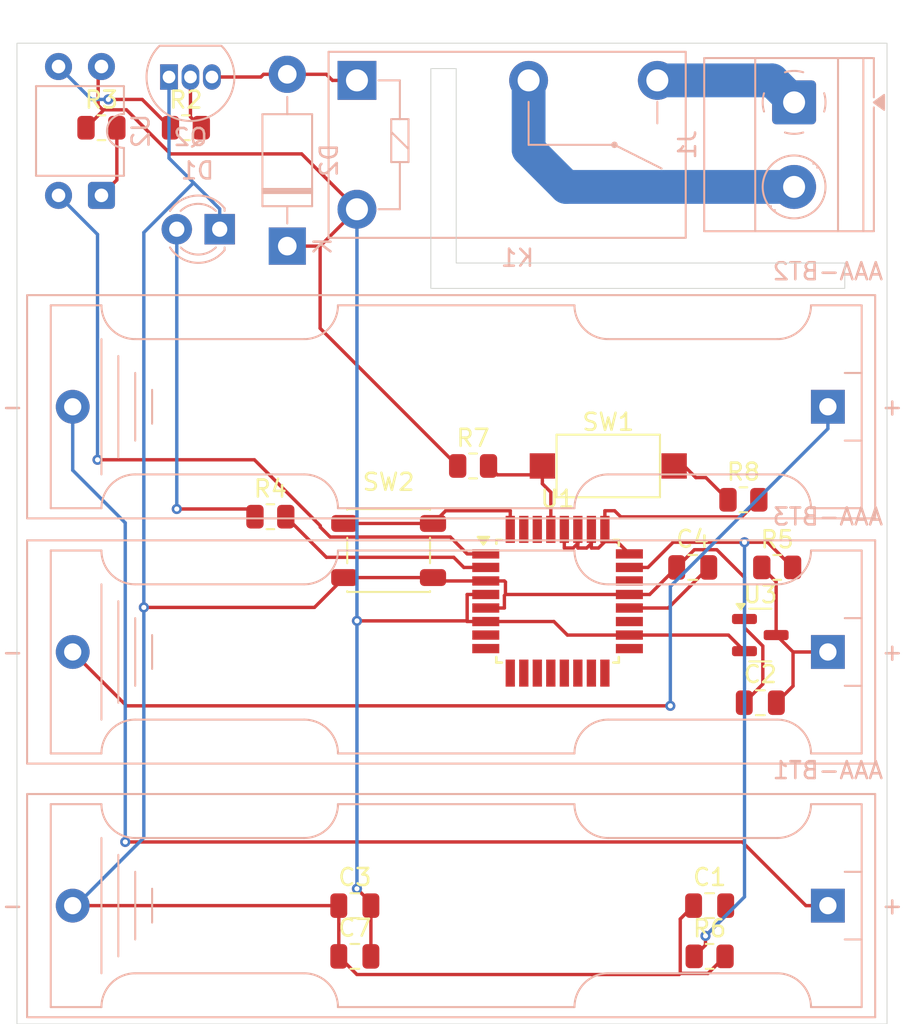
<source format=kicad_pcb>
(kicad_pcb (version 20241229) (generator "pcbnew") (generator_version "9.0")
  (layers (0 "F.Cu" signal) (2 "B.Cu" signal) (13 "F.Paste" user) (15 "B.Paste" user) (5 "F.SilkS" user "F.Silkscreen") (7 "B.SilkS" user "B.Silkscreen") (1 "F.Mask" user) (3 "B.Mask" user) (25 "Edge.Cuts" user))
  (net 0 "")
  (net 1 "GND")
  (net 2 "Net-(AAA-BT1-+)")
  (net 3 "Net-(AAA-BT2-+)")
  (net 4 "Net-(AAA-BT3-+)")
  (net 5 "Battery voltage")
  (net 6 "Vcc")
  (net 7 "Net-(U1-AREF)")
  (net 8 "Net-(D1-A)")
  (net 9 "Net-(D2-A)")
  (net 10 "Net-(J1-Pin_1)")
  (net 11 "Net-(J1-Pin_2)")
  (net 12 "Net-(Q2-B)")
  (net 13 "Net-(R2-Pad1)")
  (net 14 "Net-(R3-Pad2)")
  (net 15 "LED")
  (net 16 "Net-(U1-~{RESET}{slash}PC6)")
  (net 17 "Net-(U1-PC1)")
  (net 18 "Button")
  (net 26 "Relay")
  (footprint "Capacitor_SMD:C_0805_2012Metric" (layer "F.Cu") (at 176 75)
    (property "Reference" "C4" (at 0 -1.68 0) (layer "F.SilkS"))
    (property "Value" "0.1µF")
    (fp_line (start -0.261252 -0.735) (end 0.261252 -0.735) (stroke (width 0.12)) (layer "F.SilkS"))
    (fp_line (start -0.261252 0.735) (end 0.261252 0.735) (stroke (width 0.12)) (layer "F.SilkS"))
    (pad "1" smd roundrect (at -0.95 0) (size 1 1.45) (layers "F.Cu" "F.Mask" "F.Paste") (net 1 "GND"))
    (pad "2" smd roundrect (at 0.95 0) (size 1 1.45) (layers "F.Cu" "F.Mask" "F.Paste") (net 7 "Net-(U1-AREF)"))
  )
  (footprint "Resistor_SMD:R_0805_2012Metric" (layer "F.Cu") (at 146 49)
    (property "Reference" "R2" (at 0 -1.65 0) (layer "F.SilkS"))
    (property "Value" "1k")
    (fp_line (start -0.227064 -0.735) (end 0.227064 -0.735) (stroke (width 0.12)) (layer "F.SilkS"))
    (fp_line (start -0.227064 0.735) (end 0.227064 0.735) (stroke (width 0.12)) (layer "F.SilkS"))
    (pad "1" smd roundrect (at -0.9125 0) (size 1.025 1.4) (layers "F.Cu" "F.Mask" "F.Paste") (roundrect_rratio 0.243902) (net 13 "Net-(R2-Pad1)"))
    (pad "2" smd roundrect (at 0.9125 0) (size 1.025 1.4) (layers "F.Cu" "F.Mask" "F.Paste") (roundrect_rratio 0.243902) (net 12 "Net-(Q2-B)"))
  )
  (footprint "Package_QFP:TQFP-32_7x7mm_P0.8mm" (layer "F.Cu") (at 168 77)
    (property "Reference" "U1" (at 0 -6.05 0) (layer "F.SilkS"))
    (property "Value" "ATmega328P-A")
    (fp_line (start -3.625 -3.625) (end -3.625 -3.4) (stroke (width 0.15)) (layer "F.SilkS"))
    (fp_line (start -3.625 -3.625) (end -3.3 -3.625) (stroke (width 0.15)) (layer "F.SilkS"))
    (fp_line (start -3.625 3.625) (end -3.625 3.3) (stroke (width 0.15)) (layer "F.SilkS"))
    (fp_line (start -3.625 3.625) (end -3.3 3.625) (stroke (width 0.15)) (layer "F.SilkS"))
    (fp_line (start 3.625 -3.625) (end 3.3 -3.625) (stroke (width 0.15)) (layer "F.SilkS"))
    (fp_line (start 3.625 -3.625) (end 3.625 -3.3) (stroke (width 0.15)) (layer "F.SilkS"))
    (fp_line (start 3.625 3.625) (end 3.3 3.625) (stroke (width 0.15)) (layer "F.SilkS"))
    (fp_line (start 3.625 3.625) (end 3.625 3.3) (stroke (width 0.15)) (layer "F.SilkS"))
    (fp_poly (pts (xy -4.39 -3.34) (xy -4.73 -3.81) (xy -4.05 -3.81) (xy -4.39 -3.34)) (stroke (width 0.12)) (fill yes) (layer "F.SilkS"))
    (pad "1" smd rect (at -4.25 -2.8) (size 1.6 0.55) (layers "F.Cu" "F.Mask" "F.Paste") (net 26 "Relay"))
    (pad "2" smd rect (at -4.25 -2) (size 1.6 0.55) (layers "F.Cu" "F.Mask" "F.Paste") (net 15 "LED"))
    (pad "3" smd rect (at -4.25 -1.2) (size 1.6 0.55) (layers "F.Cu" "F.Mask" "F.Paste") (net 1 "GND"))
    (pad "4" smd rect (at -4.25 -0.4) (size 1.6 0.55) (layers "F.Cu" "F.Mask" "F.Paste") (net 6 "Vcc"))
    (pad "5" smd rect (at -4.25 0.4) (size 1.6 0.55) (layers "F.Cu" "F.Mask" "F.Paste") (net 1 "GND"))
    (pad "6" smd rect (at -4.25 1.2) (size 1.6 0.55) (layers "F.Cu" "F.Mask" "F.Paste") (net 6 "Vcc"))
    (pad "7" smd rect (at -4.25 2) (size 1.6 0.55) (layers "F.Cu" "F.Mask" "F.Paste"))
    (pad "8" smd rect (at -4.25 2.8) (size 1.6 0.55) (layers "F.Cu" "F.Mask" "F.Paste"))
    (pad "9" smd rect (at -2.8 4.25 90) (size 1.6 0.55) (layers "F.Cu" "F.Mask" "F.Paste"))
    (pad "10" smd rect (at -2 4.25 90) (size 1.6 0.55) (layers "F.Cu" "F.Mask" "F.Paste"))
    (pad "11" smd rect (at -1.2 4.25 90) (size 1.6 0.55) (layers "F.Cu" "F.Mask" "F.Paste"))
    (pad "12" smd rect (at -0.4 4.25 90) (size 1.6 0.55) (layers "F.Cu" "F.Mask" "F.Paste"))
    (pad "13" smd rect (at 0.4 4.25 90) (size 1.6 0.55) (layers "F.Cu" "F.Mask" "F.Paste"))
    (pad "14" smd rect (at 1.2 4.25 90) (size 1.6 0.55) (layers "F.Cu" "F.Mask" "F.Paste"))
    (pad "15" smd rect (at 2 4.25 90) (size 1.6 0.55) (layers "F.Cu" "F.Mask" "F.Paste"))
    (pad "16" smd rect (at 2.8 4.25 90) (size 1.6 0.55) (layers "F.Cu" "F.Mask" "F.Paste"))
    (pad "17" smd rect (at 4.25 2.8) (size 1.6 0.55) (layers "F.Cu" "F.Mask" "F.Paste"))
    (pad "18" smd rect (at 4.25 2) (size 1.6 0.55) (layers "F.Cu" "F.Mask" "F.Paste") (net 6 "Vcc"))
    (pad "19" smd rect (at 4.25 1.2) (size 1.6 0.55) (layers "F.Cu" "F.Mask" "F.Paste"))
    (pad "20" smd rect (at 4.25 0.4) (size 1.6 0.55) (layers "F.Cu" "F.Mask" "F.Paste") (net 7 "Net-(U1-AREF)"))
    (pad "21" smd rect (at 4.25 -0.4) (size 1.6 0.55) (layers "F.Cu" "F.Mask" "F.Paste") (net 1 "GND"))
    (pad "22" smd rect (at 4.25 -1.2) (size 1.6 0.55) (layers "F.Cu" "F.Mask" "F.Paste"))
    (pad "23" smd rect (at 4.25 -2) (size 1.6 0.55) (layers "F.Cu" "F.Mask" "F.Paste") (net 5 "Battery voltage"))
    (pad "24" smd rect (at 4.25 -2.8) (size 1.6 0.55) (layers "F.Cu" "F.Mask" "F.Paste") (net 17 "Net-(U1-PC1)"))
    (pad "25" smd rect (at 2.8 -4.25 90) (size 1.6 0.55) (layers "F.Cu" "F.Mask" "F.Paste") (net 17 "Net-(U1-PC1)"))
    (pad "26" smd rect (at 2 -4.25 90) (size 1.6 0.55) (layers "F.Cu" "F.Mask" "F.Paste") (net 17 "Net-(U1-PC1)"))
    (pad "27" smd rect (at 1.2 -4.25 90) (size 1.6 0.55) (layers "F.Cu" "F.Mask" "F.Paste") (net 17 "Net-(U1-PC1)"))
    (pad "28" smd rect (at 0.4 -4.25 90) (size 1.6 0.55) (layers "F.Cu" "F.Mask" "F.Paste") (net 17 "Net-(U1-PC1)"))
    (pad "29" smd rect (at -0.4 -4.25 90) (size 1.6 0.55) (layers "F.Cu" "F.Mask" "F.Paste") (net 16 "Net-(U1-~{RESET}{slash}PC6)"))
    (pad "30" smd rect (at -1.2 -4.25 90) (size 1.6 0.55) (layers "F.Cu" "F.Mask" "F.Paste"))
    (pad "31" smd rect (at -2 -4.25 90) (size 1.6 0.55) (layers "F.Cu" "F.Mask" "F.Paste"))
    (pad "32" smd rect (at -2.8 -4.25 90) (size 1.6 0.55) (layers "F.Cu" "F.Mask" "F.Paste") (net 18 "Button"))
  )
  (footprint "Button_Switch_SMD:SW_SPST_PTS647_Sx70" (layer "F.Cu") (at 158 74)
    (property "Reference" "SW2" (at 0 -4.05 0) (layer "F.SilkS"))
    (property "Value" "SW_Push")
    (fp_line (start -2.45 -2.45) (end -2.45 -2.4) (stroke (width 0.12)) (layer "F.SilkS"))
    (fp_line (start -2.45 -2.45) (end 2.45 -2.45) (stroke (width 0.12)) (layer "F.SilkS"))
    (fp_line (start -2.45 -0.75) (end -2.45 0.75) (stroke (width 0.12)) (layer "F.SilkS"))
    (fp_line (start -2.45 2.45) (end -2.45 2.4) (stroke (width 0.12)) (layer "F.SilkS"))
    (fp_line (start -2.45 2.45) (end 2.45 2.45) (stroke (width 0.12)) (layer "F.SilkS"))
    (fp_line (start 2.45 -2.45) (end 2.45 -2.4) (stroke (width 0.12)) (layer "F.SilkS"))
    (fp_line (start 2.45 -0.75) (end 2.45 0.75) (stroke (width 0.12)) (layer "F.SilkS"))
    (fp_line (start 2.45 2.45) (end 2.45 2.4) (stroke (width 0.12)) (layer "F.SilkS"))
    (pad "1" smd roundrect (at -2.625 -1.6) (size 1.55 1) (layers "F.Cu" "F.Mask" "F.Paste") (net 18 "Button"))
    (pad "1" smd roundrect (at 2.625 -1.6) (size 1.55 1) (layers "F.Cu" "F.Mask" "F.Paste") (net 18 "Button"))
    (pad "2" smd roundrect (at -2.625 1.6) (size 1.55 1) (layers "F.Cu" "F.Mask" "F.Paste") (net 1 "GND"))
    (pad "2" smd roundrect (at 2.625 1.6) (size 1.55 1) (layers "F.Cu" "F.Mask" "F.Paste") (net 1 "GND"))
  )
  (footprint "Resistor_SMD:R_0805_2012Metric" (layer "F.Cu") (at 163 69)
    (property "Reference" "R7" (at 0 -1.65 0) (layer "F.SilkS"))
    (property "Value" "10k")
    (fp_line (start -0.227064 -0.735) (end 0.227064 -0.735) (stroke (width 0.12)) (layer "F.SilkS"))
    (fp_line (start -0.227064 0.735) (end 0.227064 0.735) (stroke (width 0.12)) (layer "F.SilkS"))
    (pad "1" smd roundrect (at -0.9125 0) (size 1.025 1.4) (layers "F.Cu" "F.Mask" "F.Paste") (roundrect_rratio 0.243902) (net 6 "Vcc"))
    (pad "2" smd roundrect (at 0.9125 0) (size 1.025 1.4) (layers "F.Cu" "F.Mask" "F.Paste") (roundrect_rratio 0.243902) (net 16 "Net-(U1-~{RESET}{slash}PC6)"))
  )
  (footprint "Button_Switch_SMD:SW_SPST_CK_RS282G05A3" (layer "F.Cu") (at 171 69)
    (property "Reference" "SW1" (at 0 -2.6 0) (layer "F.SilkS"))
    (property "Value" "SW_Push")
    (fp_line (start -3.06 -1.85) (end 3.06 -1.85) (stroke (width 0.12)) (layer "F.SilkS"))
    (fp_line (start -3.06 1.85) (end -3.06 -1.85) (stroke (width 0.12)) (layer "F.SilkS"))
    (fp_line (start 3.06 -1.85) (end 3.06 1.85) (stroke (width 0.12)) (layer "F.SilkS"))
    (fp_line (start 3.06 1.85) (end -3.06 1.85) (stroke (width 0.12)) (layer "F.SilkS"))
    (pad "1" smd rect (at -3.9 0) (size 1.5 1.5) (layers "F.Cu" "F.Mask" "F.Paste") (net 16 "Net-(U1-~{RESET}{slash}PC6)"))
    (pad "2" smd rect (at 3.9 0) (size 1.5 1.5) (layers "F.Cu" "F.Mask" "F.Paste") (net 1 "GND"))
  )
  (footprint "Package_TO_SOT_SMD:SOT-23" (layer "F.Cu") (at 180 79)
    (property "Reference" "U3" (at 0 -2.4 0) (layer "F.SilkS"))
    (property "Value" "MCP1700x-330xxTT")
    (fp_line (start 0 -1.56) (end -0.65 -1.56) (stroke (width 0.12)) (layer "F.SilkS"))
    (fp_line (start 0 -1.56) (end 0.65 -1.56) (stroke (width 0.12)) (layer "F.SilkS"))
    (fp_line (start 0 1.56) (end -0.65 1.56) (stroke (width 0.12)) (layer "F.SilkS"))
    (fp_line (start 0 1.56) (end 0.65 1.56) (stroke (width 0.12)) (layer "F.SilkS"))
    (fp_poly (pts (xy -1.1625 -1.51) (xy -1.4025 -1.84) (xy -0.9225 -1.84) (xy -1.1625 -1.51)) (stroke (width 0.12)) (fill yes) (layer "F.SilkS"))
    (pad "1" smd roundrect (at -0.9375 -0.95) (size 1.475 0.6) (layers "F.Cu" "F.Mask" "F.Paste") (net 1 "GND"))
    (pad "2" smd roundrect (at -0.9375 0.95) (size 1.475 0.6) (layers "F.Cu" "F.Mask" "F.Paste") (net 6 "Vcc"))
    (pad "3" smd roundrect (at 0.9375 0) (size 1.475 0.6) (layers "F.Cu" "F.Mask" "F.Paste") (net 4 "Net-(AAA-BT3-+)"))
  )
  (footprint "Capacitor_SMD:C_0805_2012Metric" (layer "F.Cu") (at 156 95)
    (property "Reference" "C3" (at 0 -1.68 0) (layer "F.SilkS"))
    (property "Value" "1µF")
    (fp_line (start -0.261252 -0.735) (end 0.261252 -0.735) (stroke (width 0.12)) (layer "F.SilkS"))
    (fp_line (start -0.261252 0.735) (end 0.261252 0.735) (stroke (width 0.12)) (layer "F.SilkS"))
    (pad "1" smd roundrect (at -0.95 0) (size 1 1.45) (layers "F.Cu" "F.Mask" "F.Paste") (net 1 "GND"))
    (pad "2" smd roundrect (at 0.95 0) (size 1 1.45) (layers "F.Cu" "F.Mask" "F.Paste") (net 6 "Vcc"))
  )
  (footprint "Capacitor_SMD:C_0805_2012Metric" (layer "F.Cu") (at 177 95)
    (property "Reference" "C1" (at 0 -1.68 0) (layer "F.SilkS"))
    (property "Value" "0.1µF")
    (fp_line (start -0.261252 -0.735) (end 0.261252 -0.735) (stroke (width 0.12)) (layer "F.SilkS"))
    (fp_line (start -0.261252 0.735) (end 0.261252 0.735) (stroke (width 0.12)) (layer "F.SilkS"))
    (pad "1" smd roundrect (at -0.95 0) (size 1 1.45) (layers "F.Cu" "F.Mask" "F.Paste") (net 1 "GND"))
    (pad "2" smd roundrect (at 0.95 0) (size 1 1.45) (layers "F.Cu" "F.Mask" "F.Paste") (net 5 "Battery voltage"))
  )
  (footprint "Capacitor_SMD:C_0805_2012Metric" (layer "F.Cu") (at 180 83)
    (property "Reference" "C2" (at 0 -1.68 0) (layer "F.SilkS"))
    (property "Value" "1µF")
    (fp_line (start -0.261252 -0.735) (end 0.261252 -0.735) (stroke (width 0.12)) (layer "F.SilkS"))
    (fp_line (start -0.261252 0.735) (end 0.261252 0.735) (stroke (width 0.12)) (layer "F.SilkS"))
    (pad "1" smd roundrect (at -0.95 0) (size 1 1.45) (layers "F.Cu" "F.Mask" "F.Paste") (net 1 "GND"))
    (pad "2" smd roundrect (at 0.95 0) (size 1 1.45) (layers "F.Cu" "F.Mask" "F.Paste") (net 4 "Net-(AAA-BT3-+)"))
  )
  (footprint "Capacitor_SMD:C_0805_2012Metric" (layer "F.Cu") (at 156 98)
    (property "Reference" "C7" (at 0 -1.68 0) (layer "F.SilkS"))
    (property "Value" "0.1µF")
    (fp_line (start -0.261252 -0.735) (end 0.261252 -0.735) (stroke (width 0.12)) (layer "F.SilkS"))
    (fp_line (start -0.261252 0.735) (end 0.261252 0.735) (stroke (width 0.12)) (layer "F.SilkS"))
    (pad "1" smd roundrect (at -0.95 0) (size 1 1.45) (layers "F.Cu" "F.Mask" "F.Paste") (net 1 "GND"))
    (pad "2" smd roundrect (at 0.95 0) (size 1 1.45) (layers "F.Cu" "F.Mask" "F.Paste") (net 6 "Vcc"))
  )
  (footprint "Resistor_SMD:R_0805_2012Metric" (layer "F.Cu") (at 141 49)
    (property "Reference" "R3" (at 0 -1.65 0) (layer "F.SilkS"))
    (property "Value" "470")
    (fp_line (start -0.227064 -0.735) (end 0.227064 -0.735) (stroke (width 0.12)) (layer "F.SilkS"))
    (fp_line (start -0.227064 0.735) (end 0.227064 0.735) (stroke (width 0.12)) (layer "F.SilkS"))
    (pad "1" smd roundrect (at -0.9125 0) (size 1.025 1.4) (layers "F.Cu" "F.Mask" "F.Paste") (roundrect_rratio 0.243902) (net 6 "Vcc"))
    (pad "2" smd roundrect (at 0.9125 0) (size 1.025 1.4) (layers "F.Cu" "F.Mask" "F.Paste") (roundrect_rratio 0.243902) (net 14 "Net-(R3-Pad2)"))
  )
  (footprint "Resistor_SMD:R_0805_2012Metric" (layer "F.Cu") (at 181 75)
    (property "Reference" "R5" (at 0 -1.65 0) (layer "F.SilkS"))
    (property "Value" "36k")
    (fp_line (start -0.227064 -0.735) (end 0.227064 -0.735) (stroke (width 0.12)) (layer "F.SilkS"))
    (fp_line (start -0.227064 0.735) (end 0.227064 0.735) (stroke (width 0.12)) (layer "F.SilkS"))
    (pad "1" smd roundrect (at -0.9125 0) (size 1.025 1.4) (layers "F.Cu" "F.Mask" "F.Paste") (roundrect_rratio 0.243902) (net 4 "Net-(AAA-BT3-+)"))
    (pad "2" smd roundrect (at 0.9125 0) (size 1.025 1.4) (layers "F.Cu" "F.Mask" "F.Paste") (roundrect_rratio 0.243902) (net 5 "Battery voltage"))
  )
  (footprint "Resistor_SMD:R_0805_2012Metric" (layer "F.Cu") (at 179 71)
    (property "Reference" "R8" (at 0 -1.65 0) (layer "F.SilkS"))
    (property "Value" "10k")
    (fp_line (start -0.227064 -0.735) (end 0.227064 -0.735) (stroke (width 0.12)) (layer "F.SilkS"))
    (fp_line (start -0.227064 0.735) (end 0.227064 0.735) (stroke (width 0.12)) (layer "F.SilkS"))
    (pad "1" smd roundrect (at -0.9125 0) (size 1.025 1.4) (layers "F.Cu" "F.Mask" "F.Paste") (roundrect_rratio 0.243902) (net 1 "GND"))
    (pad "2" smd roundrect (at 0.9125 0) (size 1.025 1.4) (layers "F.Cu" "F.Mask" "F.Paste") (roundrect_rratio 0.243902) (net 17 "Net-(U1-PC1)"))
  )
  (footprint "Resistor_SMD:R_0805_2012Metric" (layer "F.Cu") (at 177 98)
    (property "Reference" "R6" (at 0 -1.65 0) (layer "F.SilkS"))
    (property "Value" "100k")
    (fp_line (start -0.227064 -0.735) (end 0.227064 -0.735) (stroke (width 0.12)) (layer "F.SilkS"))
    (fp_line (start -0.227064 0.735) (end 0.227064 0.735) (stroke (width 0.12)) (layer "F.SilkS"))
    (pad "1" smd roundrect (at -0.9125 0) (size 1.025 1.4) (layers "F.Cu" "F.Mask" "F.Paste") (roundrect_rratio 0.243902) (net 5 "Battery voltage"))
    (pad "2" smd roundrect (at 0.9125 0) (size 1.025 1.4) (layers "F.Cu" "F.Mask" "F.Paste") (roundrect_rratio 0.243902) (net 1 "GND"))
  )
  (footprint "Resistor_SMD:R_0805_2012Metric" (layer "F.Cu") (at 151 72)
    (property "Reference" "R4" (at 0 -1.65 0) (layer "F.SilkS"))
    (property "Value" "150")
    (fp_line (start -0.227064 -0.735) (end 0.227064 -0.735) (stroke (width 0.12)) (layer "F.SilkS"))
    (fp_line (start -0.227064 0.735) (end 0.227064 0.735) (stroke (width 0.12)) (layer "F.SilkS"))
    (pad "1" smd roundrect (at -0.9125 0) (size 1.025 1.4) (layers "F.Cu" "F.Mask" "F.Paste") (roundrect_rratio 0.243902) (net 8 "Net-(D1-A)"))
    (pad "2" smd roundrect (at 0.9125 0) (size 1.025 1.4) (layers "F.Cu" "F.Mask" "F.Paste") (roundrect_rratio 0.243902) (net 15 "LED"))
  )
  (footprint "Battery:BatteryHolder_Keystone_2466_1xAAA" (layer "B.Cu") (at 184 95 180)
    (property "Reference" "AAA-BT1" (at 0 8 0) (layer "B.SilkS") (effects (justify mirror)))
    (property "Value" "1.5V")
    (fp_line (start 47.4 6.6) (end -2.8 6.6) (stroke (width 0.12)) (layer "B.SilkS"))
    (fp_line (start 47.4 -6.6) (end 47.4 6.6) (stroke (width 0.12)) (layer "B.SilkS"))
    (fp_line (start 46 6) (end 46 -6) (stroke (width 0.12)) (layer "B.SilkS"))
    (fp_line (start 46 6) (end 43 6) (stroke (width 0.12)) (layer "B.SilkS"))
    (fp_line (start 46 -6) (end 43 -6) (stroke (width 0.12)) (layer "B.SilkS"))
    (fp_line (start 43 4) (end 43 -4) (stroke (width 0.12)) (layer "B.SilkS"))
    (fp_line (start 42 -3) (end 42 3) (stroke (width 0.12)) (layer "B.SilkS"))
    (fp_line (start 41 4) (end 31 4) (stroke (width 0.12)) (layer "B.SilkS"))
    (fp_line (start 41 2) (end 41 -2) (stroke (width 0.12)) (layer "B.SilkS"))
    (fp_line (start 41 -4) (end 31 -4) (stroke (width 0.12)) (layer "B.SilkS"))
    (fp_line (start 40 1) (end 40 -1) (stroke (width 0.12)) (layer "B.SilkS"))
    (fp_line (start 29 6) (end 15 6) (stroke (width 0.12)) (layer "B.SilkS"))
    (fp_line (start 15 -6) (end 29 -6) (stroke (width 0.12)) (layer "B.SilkS"))
    (fp_line (start 3 4) (end 13 4) (stroke (width 0.12)) (layer "B.SilkS"))
    (fp_line (start 3 -4) (end 13 -4) (stroke (width 0.12)) (layer "B.SilkS"))
    (fp_line (start -1 -2) (end -2 -2) (stroke (width 0.12)) (layer "B.SilkS"))
    (fp_line (start -2 6) (end 1 6) (stroke (width 0.12)) (layer "B.SilkS"))
    (fp_line (start -2 6) (end -2 -6) (stroke (width 0.12)) (layer "B.SilkS"))
    (fp_line (start -2 2) (end -1 2) (stroke (width 0.12)) (layer "B.SilkS"))
    (fp_line (start -2 -6) (end 1 -6) (stroke (width 0.12)) (layer "B.SilkS"))
    (fp_line (start -2.8 6.6) (end -2.8 -6.6) (stroke (width 0.12)) (layer "B.SilkS"))
    (fp_line (start -2.8 -6.6) (end 47.4 -6.6) (stroke (width 0.12)) (layer "B.SilkS"))
    (fp_arc (start 43 -6) (mid 42.414214 -4.585786) (end 41 -4) (stroke (width 0.12)) (layer "B.SilkS"))
    (fp_arc (start 41 4) (mid 42.414214 4.585786) (end 43 6) (stroke (width 0.12)) (layer "B.SilkS"))
    (fp_arc (start 31 -4) (mid 29.585786 -4.585786) (end 29 -6) (stroke (width 0.12)) (layer "B.SilkS"))
    (fp_arc (start 29 6) (mid 29.585786 4.585786) (end 31 4) (stroke (width 0.12)) (layer "B.SilkS"))
    (fp_arc (start 15 -6) (mid 14.414214 -4.585786) (end 13 -4) (stroke (width 0.12)) (layer "B.SilkS"))
    (fp_arc (start 13 4) (mid 14.414214 4.585786) (end 15 6) (stroke (width 0.12)) (layer "B.SilkS"))
    (fp_arc (start 3 -4) (mid 1.585786 -4.585786) (end 1 -6) (stroke (width 0.12)) (layer "B.SilkS"))
    (fp_arc (start 1 6) (mid 1.585786 4.585786) (end 3 4) (stroke (width 0.12)) (layer "B.SilkS"))
    (fp_text user "-" (at 48.26 0 0) (layer "B.SilkS") (effects (justify mirror)))
    (fp_text user "+" (at -3.81 0 0) (layer "B.SilkS") (effects (justify mirror)))
    (pad "1" thru_hole rect (at 0 0 180) (size 2 2) (drill 1.02) (layers "*.Cu" "*.Mask") (net 2 "Net-(AAA-BT1-+)"))
    (pad "2" thru_hole circle (at 44.7 0 180) (size 2 2) (drill 1.02) (layers "*.Cu" "*.Mask") (net 1 "GND"))
  )
  (footprint "LED_THT:LED_D3.0mm_FlatTop" (layer "B.Cu") (at 148 55 180)
    (property "Reference" "D1" (at 1.32 3.46 0) (layer "B.SilkS") (effects (justify mirror)))
    (property "Value" "LED")
    (fp_line (start -0.29 1.236) (end -0.29 1.08) (stroke (width 0.12)) (layer "B.SilkS"))
    (fp_line (start -0.29 -1.08) (end -0.29 -1.236) (stroke (width 0.12)) (layer "B.SilkS"))
    (fp_arc (start 2.941397 1.080061) (mid 1.365624 1.987701) (end -0.29 1.235516) (stroke (width 0.12)) (layer "B.SilkS"))
    (fp_arc (start 2.31091 1.080049) (mid 1.269965 1.5) (end 0.229039 1.08) (stroke (width 0.12)) (layer "B.SilkS"))
    (fp_arc (start 0.229039 -1.08) (mid 1.269965 -1.5) (end 2.31091 -1.080049) (stroke (width 0.12)) (layer "B.SilkS"))
    (fp_arc (start -0.29 -1.235516) (mid 1.365624 -1.987701) (end 2.941397 -1.080061) (stroke (width 0.12)) (layer "B.SilkS"))
    (pad "1" thru_hole rect (at 0 0 180) (size 1.8 1.8) (drill 0.9) (layers "*.Cu" "*.Mask") (net 1 "GND"))
    (pad "2" thru_hole circle (at 2.54 0 180) (size 1.8 1.8) (drill 0.9) (layers "*.Cu" "*.Mask") (net 8 "Net-(D1-A)"))
  )
  (footprint "Battery:BatteryHolder_Keystone_2466_1xAAA" (layer "B.Cu") (at 184 65.5 180)
    (property "Reference" "AAA-BT2" (at 0 8 0) (layer "B.SilkS") (effects (justify mirror)))
    (property "Value" "1.5V")
    (fp_line (start 47.4 6.6) (end -2.8 6.6) (stroke (width 0.12)) (layer "B.SilkS"))
    (fp_line (start 47.4 -6.6) (end 47.4 6.6) (stroke (width 0.12)) (layer "B.SilkS"))
    (fp_line (start 46 6) (end 46 -6) (stroke (width 0.12)) (layer "B.SilkS"))
    (fp_line (start 46 6) (end 43 6) (stroke (width 0.12)) (layer "B.SilkS"))
    (fp_line (start 46 -6) (end 43 -6) (stroke (width 0.12)) (layer "B.SilkS"))
    (fp_line (start 43 4) (end 43 -4) (stroke (width 0.12)) (layer "B.SilkS"))
    (fp_line (start 42 -3) (end 42 3) (stroke (width 0.12)) (layer "B.SilkS"))
    (fp_line (start 41 4) (end 31 4) (stroke (width 0.12)) (layer "B.SilkS"))
    (fp_line (start 41 2) (end 41 -2) (stroke (width 0.12)) (layer "B.SilkS"))
    (fp_line (start 41 -4) (end 31 -4) (stroke (width 0.12)) (layer "B.SilkS"))
    (fp_line (start 40 1) (end 40 -1) (stroke (width 0.12)) (layer "B.SilkS"))
    (fp_line (start 29 6) (end 15 6) (stroke (width 0.12)) (layer "B.SilkS"))
    (fp_line (start 15 -6) (end 29 -6) (stroke (width 0.12)) (layer "B.SilkS"))
    (fp_line (start 3 4) (end 13 4) (stroke (width 0.12)) (layer "B.SilkS"))
    (fp_line (start 3 -4) (end 13 -4) (stroke (width 0.12)) (layer "B.SilkS"))
    (fp_line (start -1 -2) (end -2 -2) (stroke (width 0.12)) (layer "B.SilkS"))
    (fp_line (start -2 6) (end 1 6) (stroke (width 0.12)) (layer "B.SilkS"))
    (fp_line (start -2 6) (end -2 -6) (stroke (width 0.12)) (layer "B.SilkS"))
    (fp_line (start -2 2) (end -1 2) (stroke (width 0.12)) (layer "B.SilkS"))
    (fp_line (start -2 -6) (end 1 -6) (stroke (width 0.12)) (layer "B.SilkS"))
    (fp_line (start -2.8 6.6) (end -2.8 -6.6) (stroke (width 0.12)) (layer "B.SilkS"))
    (fp_line (start -2.8 -6.6) (end 47.4 -6.6) (stroke (width 0.12)) (layer "B.SilkS"))
    (fp_arc (start 43 -6) (mid 42.414214 -4.585786) (end 41 -4) (stroke (width 0.12)) (layer "B.SilkS"))
    (fp_arc (start 41 4) (mid 42.414214 4.585786) (end 43 6) (stroke (width 0.12)) (layer "B.SilkS"))
    (fp_arc (start 31 -4) (mid 29.585786 -4.585786) (end 29 -6) (stroke (width 0.12)) (layer "B.SilkS"))
    (fp_arc (start 29 6) (mid 29.585786 4.585786) (end 31 4) (stroke (width 0.12)) (layer "B.SilkS"))
    (fp_arc (start 15 -6) (mid 14.414214 -4.585786) (end 13 -4) (stroke (width 0.12)) (layer "B.SilkS"))
    (fp_arc (start 13 4) (mid 14.414214 4.585786) (end 15 6) (stroke (width 0.12)) (layer "B.SilkS"))
    (fp_arc (start 3 -4) (mid 1.585786 -4.585786) (end 1 -6) (stroke (width 0.12)) (layer "B.SilkS"))
    (fp_arc (start 1 6) (mid 1.585786 4.585786) (end 3 4) (stroke (width 0.12)) (layer "B.SilkS"))
    (fp_text user "+" (at -3.81 0 0) (layer "B.SilkS") (effects (justify mirror)))
    (fp_text user "-" (at 48.26 0 0) (layer "B.SilkS") (effects (justify mirror)))
    (pad "1" thru_hole rect (at 0 0 180) (size 2 2) (drill 1.02) (layers "*.Cu" "*.Mask") (net 3 "Net-(AAA-BT2-+)"))
    (pad "2" thru_hole circle (at 44.7 0 180) (size 2 2) (drill 1.02) (layers "*.Cu" "*.Mask") (net 2 "Net-(AAA-BT1-+)"))
  )
  (footprint "Relay_THT:Relay_SPST_Omron-G5Q-1A" (layer "B.Cu") (at 156.125 46.2)
    (property "Reference" "K1" (at 9.5 10.5 0) (layer "B.SilkS") (effects (justify mirror)))
    (property "Value" "G5Q-1A")
    (fp_line (start -1.68 -1.69) (end -1.68 9.31) (stroke (width 0.12)) (layer "B.SilkS"))
    (fp_line (start -1.68 -1.69) (end 19.46 -1.69) (stroke (width 0.12)) (layer "B.SilkS"))
    (fp_line (start -1.68 9.31) (end 19.46 9.31) (stroke (width 0.12)) (layer "B.SilkS"))
    (fp_line (start 1.27 0) (end 2.54 0) (stroke (width 0.12)) (layer "B.SilkS"))
    (fp_line (start 2.03 2.29) (end 2.03 4.83) (stroke (width 0.12)) (layer "B.SilkS"))
    (fp_line (start 2.03 3.05) (end 3.05 4.06) (stroke (width 0.12)) (layer "B.SilkS"))
    (fp_line (start 2.03 4.83) (end 2.54 4.83) (stroke (width 0.12)) (layer "B.SilkS"))
    (fp_line (start 2.54 0) (end 2.54 2.29) (stroke (width 0.12)) (layer "B.SilkS"))
    (fp_line (start 2.54 2.29) (end 2.03 2.29) (stroke (width 0.12)) (layer "B.SilkS"))
    (fp_line (start 2.54 4.83) (end 2.54 7.62) (stroke (width 0.12)) (layer "B.SilkS"))
    (fp_line (start 2.54 4.83) (end 3.05 4.83) (stroke (width 0.12)) (layer "B.SilkS"))
    (fp_line (start 2.54 7.62) (end 1.27 7.62) (stroke (width 0.12)) (layer "B.SilkS"))
    (fp_line (start 3.05 2.29) (end 2.54 2.29) (stroke (width 0.12)) (layer "B.SilkS"))
    (fp_line (start 3.05 4.83) (end 3.05 2.29) (stroke (width 0.12)) (layer "B.SilkS"))
    (fp_line (start 10.16 1.27) (end 10.16 3.81) (stroke (width 0.12)) (layer "B.SilkS"))
    (fp_line (start 10.16 3.81) (end 15.24 3.81) (stroke (width 0.12)) (layer "B.SilkS"))
    (fp_line (start 15.24 3.81) (end 18.03 5.21) (stroke (width 0.12)) (layer "B.SilkS"))
    (fp_line (start 17.78 1.27) (end 17.78 2.54) (stroke (width 0.12)) (layer "B.SilkS"))
    (fp_line (start 19.46 -1.69) (end 19.46 9.31) (stroke (width 0.12)) (layer "B.SilkS"))
    (fp_circle (center 15.24 3.81) (end 15.24 3.68) (stroke (width 0.12)) (fill no) (layer "B.SilkS"))
    (pad "1" thru_hole rect (at 0 0 180) (size 2.3 2.3) (drill 1.3) (layers "*.Cu" "*.Mask") (net 9 "Net-(D2-A)"))
    (pad "2" thru_hole circle (at 10.16 0 180) (size 2.3 2.3) (drill 1.3) (layers "*.Cu" "*.Mask") (net 11 "Net-(J1-Pin_2)"))
    (pad "3" thru_hole circle (at 17.78 0 180) (size 2.3 2.3) (drill 1.3) (layers "*.Cu" "*.Mask") (net 10 "Net-(J1-Pin_1)"))
    (pad "5" thru_hole circle (at 0 7.62 180) (size 2.3 2.3) (drill 1.3) (layers "*.Cu" "*.Mask") (net 6 "Vcc"))
  )
  (footprint "Package_TO_SOT_THT:TO-92_Inline" (layer "B.Cu") (at 145 46)
    (property "Reference" "Q2" (at 1.27 3.56 0) (layer "B.SilkS") (effects (justify mirror)))
    (property "Value" "2N3904")
    (fp_line (start -0.53 -1.85) (end 3.07 -1.85) (stroke (width 0.12)) (layer "B.SilkS"))
    (fp_arc (start 1.27 2.6) (mid -1.132087 0.994977) (end -0.568478 -1.838478) (stroke (width 0.12)) (layer "B.SilkS"))
    (fp_arc (start 3.108478 -1.838478) (mid 3.672087 0.994977) (end 1.27 2.6) (stroke (width 0.12)) (layer "B.SilkS"))
    (pad "1" thru_hole rect (at 0 0) (size 1.05 1.5) (drill 0.75) (layers "*.Cu" "*.Mask") (net 1 "GND"))
    (pad "2" thru_hole oval (at 1.27 0) (size 1.05 1.5) (drill 0.75) (layers "*.Cu" "*.Mask") (net 12 "Net-(Q2-B)"))
    (pad "3" thru_hole oval (at 2.54 0) (size 1.05 1.5) (drill 0.75) (layers "*.Cu" "*.Mask") (net 9 "Net-(D2-A)"))
  )
  (footprint "TerminalBlock_Phoenix:TerminalBlock_Phoenix_MKDS-1,5-2_1x02_P5.00mm_Horizontal" (layer "B.Cu") (at 182 47.5 -90)
    (property "Reference" "J1" (at 2.5 6.32 90) (layer "B.SilkS") (effects (justify mirror)))
    (property "Value" "Screw_Terminal_01x02")
    (fp_line (start -2.62 5.32) (end 7.62 5.32) (stroke (width 0.12)) (layer "B.SilkS"))
    (fp_line (start -2.62 5.32) (end -2.62 -4.72) (stroke (width 0.12)) (layer "B.SilkS"))
    (fp_line (start 7.62 5.32) (end 7.62 -4.72) (stroke (width 0.12)) (layer "B.SilkS"))
    (fp_line (start -2.62 2.3) (end 7.62 2.3) (stroke (width 0.12)) (layer "B.SilkS"))
    (fp_line (start 6.184 1.411) (end 6.14 1.367) (stroke (width 0.12)) (layer "B.SilkS"))
    (fp_line (start 6.411 1.184) (end 6.367 1.14) (stroke (width 0.12)) (layer "B.SilkS"))
    (fp_line (start 3.633 -1.14) (end 3.589 -1.183) (stroke (width 0.12)) (layer "B.SilkS"))
    (fp_line (start 3.86 -1.367) (end 3.816 -1.41) (stroke (width 0.12)) (layer "B.SilkS"))
    (fp_line (start -2.62 -2.6) (end 7.62 -2.6) (stroke (width 0.12)) (layer "B.SilkS"))
    (fp_line (start -2.62 -4.1) (end 7.62 -4.1) (stroke (width 0.12)) (layer "B.SilkS"))
    (fp_line (start -2.62 -4.72) (end -0.3 -4.72) (stroke (width 0.12)) (layer "B.SilkS"))
    (fp_line (start 0.3 -4.72) (end 7.62 -4.72) (stroke (width 0.12)) (layer "B.SilkS"))
    (fp_arc (start 0.539321 1.780206) (mid -0.000355 1.860108) (end -0.54 1.78) (stroke (width 0.12)) (layer "B.SilkS"))
    (fp_arc (start -1.780206 0.539321) (mid -1.860108 -0.000355) (end -1.78 -0.54) (stroke (width 0.12)) (layer "B.SilkS"))
    (fp_arc (start 1.780206 -0.539321) (mid 1.860107 0.000355) (end 1.78 0.54) (stroke (width 0.12)) (layer "B.SilkS"))
    (fp_arc (start -0.539321 -1.780206) (mid 0.000355 -1.860107) (end 0.54 -1.78) (stroke (width 0.12)) (layer "B.SilkS"))
    (fp_circle (center 5 0) (end 6.86 0) (stroke (width 0.12)) (fill no) (layer "B.SilkS"))
    (fp_poly (pts (xy 0 -4.72) (xy 0.44 -5.33) (xy -0.44 -5.33) (xy 0 -4.72)) (stroke (width 0.12)) (fill yes) (layer "B.SilkS"))
    (pad "1" thru_hole roundrect (at 0 0 270) (size 2.6 2.6) (drill 1.3) (layers "*.Cu" "*.Mask") (roundrect_rratio 0.096154) (net 10 "Net-(J1-Pin_1)"))
    (pad "2" thru_hole circle (at 5 0 270) (size 2.6 2.6) (drill 1.3) (layers "*.Cu" "*.Mask") (net 11 "Net-(J1-Pin_2)"))
  )
  (footprint "Diode_THT:D_DO-41_SOD81_P10.16mm_Horizontal" (layer "B.Cu") (at 152 56 90)
    (property "Reference" "D2" (at 5.08 2.47 90) (layer "B.SilkS") (effects (justify mirror)))
    (property "Value" "1N4007")
    (fp_line (start 7.8 -1.47) (end 7.8 1.47) (stroke (width 0.12)) (layer "B.SilkS"))
    (fp_line (start 2.36 -1.47) (end 7.8 -1.47) (stroke (width 0.12)) (layer "B.SilkS"))
    (fp_line (start 8.82 0) (end 7.8 0) (stroke (width 0.12)) (layer "B.SilkS"))
    (fp_line (start 1.34 0) (end 2.36 0) (stroke (width 0.12)) (layer "B.SilkS"))
    (fp_line (start 7.8 1.47) (end 2.36 1.47) (stroke (width 0.12)) (layer "B.SilkS"))
    (fp_line (start 3.38 1.47) (end 3.38 -1.47) (stroke (width 0.12)) (layer "B.SilkS"))
    (fp_line (start 3.26 1.47) (end 3.26 -1.47) (stroke (width 0.12)) (layer "B.SilkS"))
    (fp_line (start 3.14 1.47) (end 3.14 -1.47) (stroke (width 0.12)) (layer "B.SilkS"))
    (fp_line (start 2.36 1.47) (end 2.36 -1.47) (stroke (width 0.12)) (layer "B.SilkS"))
    (fp_text user "K" (at 0 2.1 90) (layer "B.SilkS") (effects (justify mirror)))
    (pad "1" thru_hole rect (at 0 0 90) (size 2.2 2.2) (drill 1.1) (layers "*.Cu" "*.Mask") (net 6 "Vcc"))
    (pad "2" thru_hole oval (at 10.16 0 90) (size 2.2 2.2) (drill 1.1) (layers "*.Cu" "*.Mask") (net 9 "Net-(D2-A)"))
  )
  (footprint "Package_DIP:DIP-4_W7.62mm" (layer "B.Cu") (at 141 53 90)
    (property "Reference" "U2" (at 3.81 2.33 90) (layer "B.SilkS") (effects (justify mirror)))
    (property "Value" "PC817")
    (fp_line (start 6.46 -3.87) (end 6.46 1.33) (stroke (width 0.12)) (layer "B.SilkS"))
    (fp_line (start 1.16 -3.87) (end 6.46 -3.87) (stroke (width 0.12)) (layer "B.SilkS"))
    (fp_line (start 6.46 1.33) (end 4.81 1.33) (stroke (width 0.12)) (layer "B.SilkS"))
    (fp_line (start 2.81 1.33) (end 1.16 1.33) (stroke (width 0.12)) (layer "B.SilkS"))
    (fp_line (start 1.16 1.33) (end 1.16 -3.87) (stroke (width 0.12)) (layer "B.SilkS"))
    (fp_arc (start 2.81 1.33) (mid 3.81 0.33) (end 4.81 1.33) (stroke (width 0.12)) (layer "B.SilkS"))
    (pad "1" thru_hole roundrect (at 0 0 90) (size 1.6 1.6) (drill 0.8) (layers "*.Cu" "*.Mask") (roundrect_rratio 0.15625) (net 14 "Net-(R3-Pad2)"))
    (pad "2" thru_hole circle (at 0 -2.54 90) (size 1.6 1.6) (drill 0.8) (layers "*.Cu" "*.Mask") (net 26 "Relay"))
    (pad "3" thru_hole circle (at 7.62 -2.54 90) (size 1.6 1.6) (drill 0.8) (layers "*.Cu" "*.Mask") (net 13 "Net-(R2-Pad1)"))
    (pad "4" thru_hole circle (at 7.62 0 90) (size 1.6 1.6) (drill 0.8) (layers "*.Cu" "*.Mask") (net 6 "Vcc"))
  )
  (footprint "Battery:BatteryHolder_Keystone_2466_1xAAA" (layer "B.Cu") (at 184 80 180)
    (property "Reference" "AAA-BT3" (at 0 8 0) (layer "B.SilkS") (effects (justify mirror)))
    (property "Value" "1.5V")
    (fp_line (start 47.4 6.6) (end -2.8 6.6) (stroke (width 0.12)) (layer "B.SilkS"))
    (fp_line (start 47.4 -6.6) (end 47.4 6.6) (stroke (width 0.12)) (layer "B.SilkS"))
    (fp_line (start 46 6) (end 46 -6) (stroke (width 0.12)) (layer "B.SilkS"))
    (fp_line (start 46 6) (end 43 6) (stroke (width 0.12)) (layer "B.SilkS"))
    (fp_line (start 46 -6) (end 43 -6) (stroke (width 0.12)) (layer "B.SilkS"))
    (fp_line (start 43 4) (end 43 -4) (stroke (width 0.12)) (layer "B.SilkS"))
    (fp_line (start 42 -3) (end 42 3) (stroke (width 0.12)) (layer "B.SilkS"))
    (fp_line (start 41 4) (end 31 4) (stroke (width 0.12)) (layer "B.SilkS"))
    (fp_line (start 41 2) (end 41 -2) (stroke (width 0.12)) (layer "B.SilkS"))
    (fp_line (start 41 -4) (end 31 -4) (stroke (width 0.12)) (layer "B.SilkS"))
    (fp_line (start 40 1) (end 40 -1) (stroke (width 0.12)) (layer "B.SilkS"))
    (fp_line (start 29 6) (end 15 6) (stroke (width 0.12)) (layer "B.SilkS"))
    (fp_line (start 15 -6) (end 29 -6) (stroke (width 0.12)) (layer "B.SilkS"))
    (fp_line (start 3 4) (end 13 4) (stroke (width 0.12)) (layer "B.SilkS"))
    (fp_line (start 3 -4) (end 13 -4) (stroke (width 0.12)) (layer "B.SilkS"))
    (fp_line (start -1 -2) (end -2 -2) (stroke (width 0.12)) (layer "B.SilkS"))
    (fp_line (start -2 6) (end 1 6) (stroke (width 0.12)) (layer "B.SilkS"))
    (fp_line (start -2 6) (end -2 -6) (stroke (width 0.12)) (layer "B.SilkS"))
    (fp_line (start -2 2) (end -1 2) (stroke (width 0.12)) (layer "B.SilkS"))
    (fp_line (start -2 -6) (end 1 -6) (stroke (width 0.12)) (layer "B.SilkS"))
    (fp_line (start -2.8 6.6) (end -2.8 -6.6) (stroke (width 0.12)) (layer "B.SilkS"))
    (fp_line (start -2.8 -6.6) (end 47.4 -6.6) (stroke (width 0.12)) (layer "B.SilkS"))
    (fp_arc (start 43 -6) (mid 42.414214 -4.585786) (end 41 -4) (stroke (width 0.12)) (layer "B.SilkS"))
    (fp_arc (start 41 4) (mid 42.414214 4.585786) (end 43 6) (stroke (width 0.12)) (layer "B.SilkS"))
    (fp_arc (start 31 -4) (mid 29.585786 -4.585786) (end 29 -6) (stroke (width 0.12)) (layer "B.SilkS"))
    (fp_arc (start 29 6) (mid 29.585786 4.585786) (end 31 4) (stroke (width 0.12)) (layer "B.SilkS"))
    (fp_arc (start 15 -6) (mid 14.414214 -4.585786) (end 13 -4) (stroke (width 0.12)) (layer "B.SilkS"))
    (fp_arc (start 13 4) (mid 14.414214 4.585786) (end 15 6) (stroke (width 0.12)) (layer "B.SilkS"))
    (fp_arc (start 3 -4) (mid 1.585786 -4.585786) (end 1 -6) (stroke (width 0.12)) (layer "B.SilkS"))
    (fp_arc (start 1 6) (mid 1.585786 4.585786) (end 3 4) (stroke (width 0.12)) (layer "B.SilkS"))
    (fp_text user "+" (at -3.81 0 0) (layer "B.SilkS") (effects (justify mirror)))
    (fp_text user "-" (at 48.26 0 0) (layer "B.SilkS") (effects (justify mirror)))
    (pad "1" thru_hole rect (at 0 0 180) (size 2 2) (drill 1.02) (layers "*.Cu" "*.Mask") (net 4 "Net-(AAA-BT3-+)"))
    (pad "2" thru_hole circle (at 44.7 0 180) (size 2 2) (drill 1.02) (layers "*.Cu" "*.Mask") (net 3 "Net-(AAA-BT2-+)"))
  )
  (gr_rect (start 136 44) (end 187.5 102) (stroke (width 0.05)) (fill no) (layer "Edge.Cuts"))
  (gr_poly (pts (xy 162 45.5) (xy 162 57) (xy 185 57) (xy 185 58.5) (xy 160.5 58.5) (xy 160.5 45.5)) (stroke (width 0.05)) (fill no) (layer "Edge.Cuts"))
  (segment (start 164.9135 75.8618) (end 164.8517 75.8) (width 0.2) (layer "F.Cu") (net 1))
  (segment (start 164.8517 77.4) (end 164.8517 76.6618) (width 0.2) (layer "F.Cu") (net 1))
  (segment (start 160.825 75.8) (end 163.75 75.8) (width 0.2) (layer "F.Cu") (net 1))
  (segment (start 176.05 95) (end 175.2615 95.7885) (width 0.2) (layer "F.Cu") (net 1))
  (segment (start 175.05 75) (end 176.0975 73.9525) (width 0.2) (layer "F.Cu") (net 1))
  (segment (start 176.7759 69.6884) (end 178.0875 71) (width 0.2) (layer "F.Cu") (net 1))
  (segment (start 175.1943 99.0745) (end 156.1245 99.0745) (width 0.2) (layer "F.Cu") (net 1))
  (segment (start 156.1245 99.0745) (end 155.05 98) (width 0.2) (layer "F.Cu") (net 1))
  (segment (start 176.9052 99.0073) (end 177.9125 98) (width 0.2) (layer "F.Cu") (net 1))
  (segment (start 179.0625 75.5906) (end 179.0625 78.05) (width 0.2) (layer "F.Cu") (net 1))
  (segment (start 163.75 75.8) (end 164.8517 75.8) (width 0.2) (layer "F.Cu") (net 1))
  (segment (start 163.75 77.4) (end 164.8517 77.4) (width 0.2) (layer "F.Cu") (net 1))
  (segment (start 180.1488 81.9012) (end 179.05 83) (width 0.2) (layer "F.Cu") (net 1))
  (segment (start 179.0625 78.5624) (end 180.1488 79.6487) (width 0.2) (layer "F.Cu") (net 1))
  (segment (start 173.45 76.6) (end 175.05 75) (width 0.2) (layer "F.Cu") (net 1))
  (segment (start 172.25 76.6) (end 173.45 76.6) (width 0.2) (layer "F.Cu") (net 1))
  (segment (start 177.4244 73.9525) (end 179.0625 75.5906) (width 0.2) (layer "F.Cu") (net 1))
  (segment (start 175.2615 99.0073) (end 176.9052 99.0073) (width 0.2) (layer "F.Cu") (net 1))
  (segment (start 143.5098 77.365) (end 153.61 77.365) (width 0.2) (layer "F.Cu") (net 1))
  (segment (start 174.9 69) (end 175.4938 69) (width 0.2) (layer "F.Cu") (net 1))
  (segment (start 175.4938 69) (end 176.1822 69.6884) (width 0.2) (layer "F.Cu") (net 1))
  (segment (start 164.8517 76.6618) (end 164.9135 76.6) (width 0.2) (layer "F.Cu") (net 1))
  (segment (start 164.9135 76.6) (end 164.9135 75.8618) (width 0.2) (layer "F.Cu") (net 1))
  (segment (start 153.61 77.365) (end 155.375 75.6) (width 0.2) (layer "F.Cu") (net 1))
  (segment (start 160.625 75.6) (end 160.825 75.8) (width 0.2) (layer "F.Cu") (net 1))
  (segment (start 180.1488 79.6487) (end 180.1488 81.9012) (width 0.2) (layer "F.Cu") (net 1))
  (segment (start 175.2615 95.7885) (end 175.2615 99.0073) (width 0.2) (layer "F.Cu") (net 1))
  (segment (start 164.9135 76.6) (end 172.25 76.6) (width 0.2) (layer "F.Cu") (net 1))
  (segment (start 176.0975 73.9525) (end 177.4244 73.9525) (width 0.2) (layer "F.Cu") (net 1))
  (segment (start 155.05 95) (end 155.05 98) (width 0.2) (layer "F.Cu") (net 1))
  (segment (start 175.2615 99.0073) (end 175.1943 99.0745) (width 0.2) (layer "F.Cu") (net 1))
  (segment (start 155.05 95) (end 139.3 95) (width 0.2) (layer "F.Cu") (net 1))
  (segment (start 155.375 75.6) (end 160.625 75.6) (width 0.2) (layer "F.Cu") (net 1))
  (segment (start 179.0625 78.05) (end 179.0625 78.5624) (width 0.2) (layer "F.Cu") (net 1))
  (segment (start 176.1822 69.6884) (end 176.7759 69.6884) (width 0.2) (layer "F.Cu") (net 1))
  (via (at 143.5098 77.365) (size 0.6) (drill 0.3) (layers "F.Cu" "B.Cu") (net 1))
  (segment (start 145 46) (end 145 50.7983) (width 0.2) (layer "B.Cu") (net 1))
  (segment (start 145 50.7983) (end 146.4531 52.2514) (width 0.2) (layer "B.Cu") (net 1))
  (segment (start 143.5098 90.9843) (end 143.5098 77.365) (width 0.2) (layer "B.Cu") (net 1))
  (segment (start 143.5098 77.365) (end 143.5098 55.1947) (width 0.2) (layer "B.Cu") (net 1))
  (segment (start 146.4531 52.2514) (end 148 53.7983) (width 0.2) (layer "B.Cu") (net 1))
  (segment (start 143.5098 55.1947) (end 146.4531 52.2514) (width 0.2) (layer "B.Cu") (net 1))
  (segment (start 148 55) (end 148 53.7983) (width 0.2) (layer "B.Cu") (net 1))
  (segment (start 139.3 95) (end 139.4941 95) (width 0.2) (layer "B.Cu") (net 1))
  (segment (start 139.4941 95) (end 143.5098 90.9843) (width 0.2) (layer "B.Cu") (net 1))
  (segment (start 178.9315 91.2332) (end 142.41 91.2332) (width 0.2) (layer "F.Cu") (net 2))
  (segment (start 184 95) (end 182.6983 95) (width 0.2) (layer "F.Cu") (net 2))
  (segment (start 182.6983 95) (end 178.9315 91.2332) (width 0.2) (layer "F.Cu") (net 2))
  (via (at 142.41 91.2332) (size 0.6) (drill 0.3) (layers "F.Cu" "B.Cu") (net 2))
  (segment (start 142.41 91.2332) (end 142.41 72.3641) (width 0.2) (layer "B.Cu") (net 2))
  (segment (start 139.3 69.2541) (end 139.3 65.5) (width 0.2) (layer "B.Cu") (net 2))
  (segment (start 142.41 72.3641) (end 139.3 69.2541) (width 0.2) (layer "B.Cu") (net 2))
  (segment (start 142.485 83.185) (end 139.3 80) (width 0.2) (layer "F.Cu") (net 3))
  (segment (start 174.674 83.185) (end 142.485 83.185) (width 0.2) (layer "F.Cu") (net 3))
  (via (at 174.674 83.185) (size 0.6) (drill 0.3) (layers "F.Cu" "B.Cu") (net 3))
  (segment (start 174.674 76.1277) (end 174.674 83.185) (width 0.2) (layer "B.Cu") (net 3))
  (segment (start 184 66.8017) (end 174.674 76.1277) (width 0.2) (layer "B.Cu") (net 3))
  (segment (start 184 65.5) (end 184 66.8017) (width 0.2) (layer "B.Cu") (net 3))
  (segment (start 181.9375 80) (end 184 80) (width 0.2) (layer "F.Cu") (net 4))
  (segment (start 180.0875 75) (end 180.9375 75.85) (width 0.2) (layer "F.Cu") (net 4))
  (segment (start 180.9375 79) (end 181.9375 80) (width 0.2) (layer "F.Cu") (net 4))
  (segment (start 180.9375 75.85) (end 180.9375 79) (width 0.2) (layer "F.Cu") (net 4))
  (segment (start 181.9375 82.0125) (end 181.9375 80) (width 0.2) (layer "F.Cu") (net 4))
  (segment (start 180.95 83) (end 181.9375 82.0125) (width 0.2) (layer "F.Cu") (net 4))
  (segment (start 176.7548 96.7895) (end 177.95 95.5943) (width 0.2) (layer "F.Cu") (net 5))
  (segment (start 172.25 75) (end 173.3517 75) (width 0.2) (layer "F.Cu") (net 5))
  (segment (start 177.95 95.5943) (end 177.95 95) (width 0.2) (layer "F.Cu") (net 5))
  (segment (start 174.8404 73.5113) (end 179.0643 73.5113) (width 0.2) (layer "F.Cu") (net 5))
  (segment (start 176.7548 96.7895) (end 176.7548 97.3327) (width 0.2) (layer "F.Cu") (net 5))
  (segment (start 181.9125 75) (end 180.4238 73.5113) (width 0.2) (layer "F.Cu") (net 5))
  (segment (start 180.4238 73.5113) (end 179.0643 73.5113) (width 0.2) (layer "F.Cu") (net 5))
  (segment (start 173.3517 75) (end 174.8404 73.5113) (width 0.2) (layer "F.Cu") (net 5))
  (segment (start 176.7548 97.3327) (end 176.0875 98) (width 0.2) (layer "F.Cu") (net 5))
  (via (at 179.0643 73.5113) (size 0.6) (drill 0.3) (layers "F.Cu" "B.Cu") (net 5))
  (via (at 176.7548 96.7895) (size 0.6) (drill 0.3) (layers "F.Cu" "B.Cu") (net 5))
  (segment (start 176.7548 96.7895) (end 179.0643 94.48) (width 0.2) (layer "B.Cu") (net 5))
  (segment (start 179.0643 94.48) (end 179.0643 73.5113) (width 0.2) (layer "B.Cu") (net 5))
  (segment (start 172.25 79) (end 168.5815 79) (width 0.2) (layer "F.Cu") (net 6))
  (segment (start 153.945 60.8575) (end 153.945 56) (width 0.2) (layer "F.Cu") (net 6))
  (segment (start 141.079 47.9402) (end 142.4817 47.9402) (width 0.2) (layer "F.Cu") (net 6))
  (segment (start 179.0625 79.95) (end 178.1125 79) (width 0.2) (layer "F.Cu") (net 6))
  (segment (start 145.0885 50.547) (end 152.852 50.547) (width 0.2) (layer "F.Cu") (net 6))
  (segment (start 162.6483 78.12) (end 162.6083 78.16) (width 0.2) (layer "F.Cu") (net 6))
  (segment (start 162.6483 76.6) (end 162.6483 78.12) (width 0.2) (layer "F.Cu") (net 6))
  (segment (start 168.5815 79) (end 167.7815 78.2) (width 0.2) (layer "F.Cu") (net 6))
  (segment (start 142.4817 47.9402) (end 145.0885 50.547) (width 0.2) (layer "F.Cu") (net 6))
  (segment (start 167.7815 78.2) (end 163.75 78.2) (width 0.2) (layer "F.Cu") (net 6))
  (segment (start 163.75 78.2) (end 162.6483 78.2) (width 0.2) (layer "F.Cu") (net 6))
  (segment (start 141.079 48.0085) (end 141.079 47.9402) (width 0.2) (layer "F.Cu") (net 6))
  (segment (start 140.8062 45.5738) (end 140.8062 47.6674) (width 0.2) (layer "F.Cu") (net 6))
  (segment (start 156.95 94.8245) (end 156.125 93.9995) (width 0.2) (layer "F.Cu") (net 6))
  (segment (start 141 45.38) (end 140.8062 45.5738) (width 0.2) (layer "F.Cu") (net 6))
  (segment (start 152 56) (end 153.945 56) (width 0.2) (layer "F.Cu") (net 6))
  (segment (start 140.8062 47.6674) (end 141.079 47.9402) (width 0.2) (layer "F.Cu") (net 6))
  (segment (start 153.945 56) (end 156.125 53.82) (width 0.2) (layer "F.Cu") (net 6))
  (segment (start 162.6083 78.16) (end 156.125 78.16) (width 0.2) (layer "F.Cu") (net 6))
  (segment (start 163.75 76.6) (end 162.6483 76.6) (width 0.2) (layer "F.Cu") (net 6))
  (segment (start 152.852 50.547) (end 156.125 53.82) (width 0.2) (layer "F.Cu") (net 6))
  (segment (start 140.0875 49) (end 141.079 48.0085) (width 0.2) (layer "F.Cu") (net 6))
  (segment (start 162.0875 69) (end 153.945 60.8575) (width 0.2) (layer "F.Cu") (net 6))
  (segment (start 156.95 95) (end 156.95 94.8245) (width 0.2) (layer "F.Cu") (net 6))
  (segment (start 156.95 98) (end 156.95 95) (width 0.2) (layer "F.Cu") (net 6))
  (segment (start 178.1125 79) (end 172.25 79) (width 0.2) (layer "F.Cu") (net 6))
  (segment (start 162.6483 78.2) (end 162.6083 78.16) (width 0.2) (layer "F.Cu") (net 6))
  (via (at 156.125 78.16) (size 0.6) (drill 0.3) (layers "F.Cu" "B.Cu") (net 6))
  (via (at 156.125 93.9995) (size 0.6) (drill 0.3) (layers "F.Cu" "B.Cu") (net 6))
  (segment (start 156.125 53.82) (end 156.125 78.16) (width 0.2) (layer "B.Cu") (net 6))
  (segment (start 156.125 78.16) (end 156.125 93.9995) (width 0.2) (layer "B.Cu") (net 6))
  (segment (start 174.55 77.4) (end 176.95 75) (width 0.2) (layer "F.Cu") (net 7))
  (segment (start 172.25 77.4) (end 174.55 77.4) (width 0.2) (layer "F.Cu") (net 7))
  (segment (start 150.0875 72) (end 149.6325 71.545) (width 0.2) (layer "F.Cu") (net 8))
  (segment (start 149.6325 71.545) (end 145.46 71.545) (width 0.2) (layer "F.Cu") (net 8))
  (via (at 145.46 71.545) (size 0.6) (drill 0.3) (layers "F.Cu" "B.Cu") (net 8))
  (segment (start 145.46 55) (end 145.46 71.545) (width 0.2) (layer "B.Cu") (net 8))
  (segment (start 147.54 46) (end 150.4383 46) (width 0.2) (layer "F.Cu") (net 9))
  (segment (start 150.4383 46) (end 150.5983 45.84) (width 0.2) (layer "F.Cu") (net 9))
  (segment (start 151.2992 45.84) (end 152 45.84) (width 0.2) (layer "F.Cu") (net 9))
  (segment (start 151.2992 45.84) (end 150.5983 45.84) (width 0.2) (layer "F.Cu") (net 9))
  (segment (start 154.3133 45.84) (end 154.6733 46.2) (width 0.2) (layer "F.Cu") (net 9))
  (segment (start 156.125 46.2) (end 154.6733 46.2) (width 0.2) (layer "F.Cu") (net 9))
  (segment (start 152 45.84) (end 154.3133 45.84) (width 0.2) (layer "F.Cu") (net 9))
  (segment (start 173.905 46.2) (end 180.7 46.2) (width 2) (layer "B.Cu") (net 10))
  (segment (start 180.7 46.2) (end 182 47.5) (width 2) (layer "B.Cu") (net 10))
  (segment (start 166.285 50.285) (end 168.5 52.5) (width 2) (layer "B.Cu") (net 11))
  (segment (start 166.285 46.2) (end 166.285 50.285) (width 2) (layer "B.Cu") (net 11))
  (segment (start 168.5 52.5) (end 182 52.5) (width 2) (layer "B.Cu") (net 11))
  (segment (start 146.27 46) (end 146.27 48.3575) (width 0.2) (layer "F.Cu") (net 12))
  (segment (start 146.27 48.3575) (end 146.9125 49) (width 0.2) (layer "F.Cu") (net 12))
  (segment (start 141.4079 47.3251) (end 143.4126 47.3251) (width 0.2) (layer "F.Cu") (net 13))
  (segment (start 143.4126 47.3251) (end 145.0875 49) (width 0.2) (layer "F.Cu") (net 13))
  (via (at 141.4079 47.3251) (size 0.6) (drill 0.3) (layers "F.Cu" "B.Cu") (net 13))
  (segment (start 140.4051 47.3251) (end 141.4079 47.3251) (width 0.2) (layer "B.Cu") (net 13))
  (segment (start 138.46 45.38) (end 140.4051 47.3251) (width 0.2) (layer "B.Cu") (net 13))
  (segment (start 141 53) (end 141.9125 52.0875) (width 0.2) (layer "F.Cu") (net 14))
  (segment (start 141.9125 52.0875) (end 141.9125 49) (width 0.2) (layer "F.Cu") (net 14))
  (segment (start 161.851 74.4017) (end 162.4493 75) (width 0.2) (layer "F.Cu") (net 15))
  (segment (start 162.4493 75) (end 163.75 75) (width 0.2) (layer "F.Cu") (net 15))
  (segment (start 154.3142 74.4017) (end 161.851 74.4017) (width 0.2) (layer "F.Cu") (net 15))
  (segment (start 151.9125 72) (end 154.3142 74.4017) (width 0.2) (layer "F.Cu") (net 15))
  (segment (start 167.6 70.5517) (end 167.1 70.0517) (width 0.2) (layer "F.Cu") (net 16))
  (segment (start 167.1 69) (end 167.1 69.5258) (width 0.2) (layer "F.Cu") (net 16))
  (segment (start 167.1 69.5258) (end 167.1 70.0517) (width 0.2) (layer "F.Cu") (net 16))
  (segment (start 164.4383 69.5258) (end 163.9125 69) (width 0.2) (layer "F.Cu") (net 16))
  (segment (start 167.1 69.5258) (end 164.4383 69.5258) (width 0.2) (layer "F.Cu") (net 16))
  (segment (start 167.6 72.75) (end 167.6 70.5517) (width 0.2) (layer "F.Cu") (net 16))
  (segment (start 169.2 73.3008) (end 169.2 73.5763) (width 0.2) (layer "F.Cu") (net 17))
  (segment (start 169.2 73.5763) (end 168.9246 73.8517) (width 0.2) (layer "F.Cu") (net 17))
  (segment (start 170 72.75) (end 170 73.3008) (width 0.2) (layer "F.Cu") (net 17))
  (segment (start 170 73.5763) (end 170 73.8517) (width 0.2) (layer "F.Cu") (net 17))
  (segment (start 171.525 73.475) (end 170.8 73.475) (width 0.2) (layer "F.Cu") (net 17))
  (segment (start 170.4233 73.8517) (end 170 73.8517) (width 0.2) (layer "F.Cu") (net 17))
  (segment (start 169.2 72.75) (end 169.2 73.3008) (width 0.2) (layer "F.Cu") (net 17))
  (segment (start 178.8138 72.0099) (end 171.7383 72.0099) (width 0.2) (layer "F.Cu") (net 17))
  (segment (start 172.25 74.2) (end 171.525 73.475) (width 0.2) (layer "F.Cu") (net 17))
  (segment (start 170.8 73.475) (end 170.8 72.75) (width 0.2) (layer "F.Cu") (net 17))
  (segment (start 179.9125 71) (end 178.9041 72.0084) (width 0.2) (layer "F.Cu") (net 17))
  (segment (start 168.4 72.75) (end 168.4 73.8517) (width 0.2) (layer "F.Cu") (net 17))
  (segment (start 170.8 73.475) (end 170.4233 73.8517) (width 0.2) (layer "F.Cu") (net 17))
  (segment (start 168.9246 73.8517) (end 168.4 73.8517) (width 0.2) (layer "F.Cu") (net 17))
  (segment (start 169.2 73.5763) (end 169.2 73.8517) (width 0.2) (layer "F.Cu") (net 17))
  (segment (start 170 73.3008) (end 170 73.5763) (width 0.2) (layer "F.Cu") (net 17))
  (segment (start 178.8153 72.0084) (end 178.8138 72.0099) (width 0.2) (layer "F.Cu") (net 17))
  (segment (start 170 73.5763) (end 169.7246 73.8517) (width 0.2) (layer "F.Cu") (net 17))
  (segment (start 171.3767 71.6483) (end 170.8 71.6483) (width 0.2) (layer "F.Cu") (net 17))
  (segment (start 178.9041 72.0084) (end 178.8153 72.0084) (width 0.2) (layer "F.Cu") (net 17))
  (segment (start 169.7246 73.8517) (end 169.2 73.8517) (width 0.2) (layer "F.Cu") (net 17))
  (segment (start 170.8 72.75) (end 170.8 71.6483) (width 0.2) (layer "F.Cu") (net 17))
  (segment (start 171.7383 72.0099) (end 171.3767 71.6483) (width 0.2) (layer "F.Cu") (net 17))
  (segment (start 165.2 71.6483) (end 161.3767 71.6483) (width 0.2) (layer "F.Cu") (net 18))
  (segment (start 165.2 72.75) (end 165.2 71.6483) (width 0.2) (layer "F.Cu") (net 18))
  (segment (start 155.375 72.4) (end 160.625 72.4) (width 0.2) (layer "F.Cu") (net 18))
  (segment (start 161.3767 71.6483) (end 160.625 72.4) (width 0.2) (layer "F.Cu") (net 18))
  (segment (start 153.9506 72.5299) (end 150.0557 68.635) (width 0.2) (layer "F.Cu") (net 26))
  (segment (start 150.0557 68.635) (end 140.7678 68.635) (width 0.2) (layer "F.Cu") (net 26))
  (segment (start 163.75 74.2) (end 162.6483 74.2) (width 0.2) (layer "F.Cu") (net 26))
  (segment (start 154.5395 73.2027) (end 153.9506 72.6138) (width 0.2) (layer "F.Cu") (net 26))
  (segment (start 162.6483 74.2) (end 161.651 73.2027) (width 0.2) (layer "F.Cu") (net 26))
  (segment (start 153.9506 72.6138) (end 153.9506 72.5299) (width 0.2) (layer "F.Cu") (net 26))
  (segment (start 161.651 73.2027) (end 154.5395 73.2027) (width 0.2) (layer "F.Cu") (net 26))
  (via (at 140.7678 68.635) (size 0.6) (drill 0.3) (layers "F.Cu" "B.Cu") (net 26))
  (segment (start 138.46 53) (end 140.7678 55.3078) (width 0.2) (layer "B.Cu") (net 26))
  (segment (start 140.7678 55.3078) (end 140.7678 68.635) (width 0.2) (layer "B.Cu") (net 26))
)
</source>
